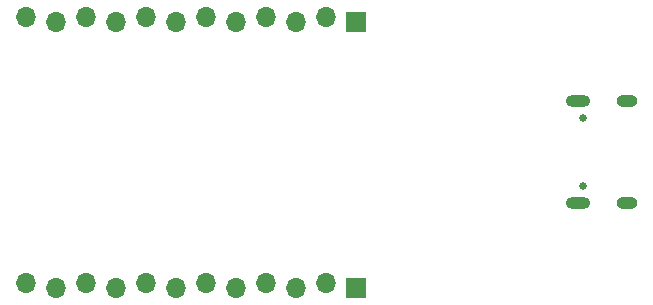
<source format=gbr>
%TF.GenerationSoftware,KiCad,Pcbnew,8.0.1*%
%TF.CreationDate,2024-04-17T00:28:09-04:00*%
%TF.ProjectId,NerdNOS,4e657264-4e4f-4532-9e6b-696361645f70,rev?*%
%TF.SameCoordinates,Original*%
%TF.FileFunction,Soldermask,Bot*%
%TF.FilePolarity,Negative*%
%FSLAX46Y46*%
G04 Gerber Fmt 4.6, Leading zero omitted, Abs format (unit mm)*
G04 Created by KiCad (PCBNEW 8.0.1) date 2024-04-17 00:28:09*
%MOMM*%
%LPD*%
G01*
G04 APERTURE LIST*
%ADD10R,1.700000X1.700000*%
%ADD11O,1.700000X1.700000*%
%ADD12C,0.650000*%
%ADD13O,2.100000X1.000000*%
%ADD14O,1.800000X1.000000*%
G04 APERTURE END LIST*
D10*
%TO.C,J2*%
X116690000Y-77700000D03*
D11*
X114150000Y-77300000D03*
X111610000Y-77700000D03*
X109070000Y-77300000D03*
X106530000Y-77700000D03*
X103990000Y-77300000D03*
X101450000Y-77700000D03*
X98910000Y-77300000D03*
X96370000Y-77700000D03*
X93830000Y-77300000D03*
X91290000Y-77700000D03*
X88750000Y-77300000D03*
%TD*%
D10*
%TO.C,J1*%
X116690000Y-55200000D03*
D11*
X114150000Y-54800000D03*
X111610000Y-55200000D03*
X109070000Y-54800000D03*
X106530000Y-55200000D03*
X103990000Y-54800000D03*
X101450000Y-55200000D03*
X98910000Y-54800000D03*
X96370000Y-55200000D03*
X93830000Y-54800000D03*
X91290000Y-55200000D03*
X88750000Y-54800000D03*
%TD*%
D12*
%TO.C,J3*%
X135985000Y-69080000D03*
X135985000Y-63300000D03*
D13*
X135485000Y-70510000D03*
D14*
X139665000Y-70510000D03*
D13*
X135485000Y-61870000D03*
D14*
X139665000Y-61870000D03*
%TD*%
M02*

</source>
